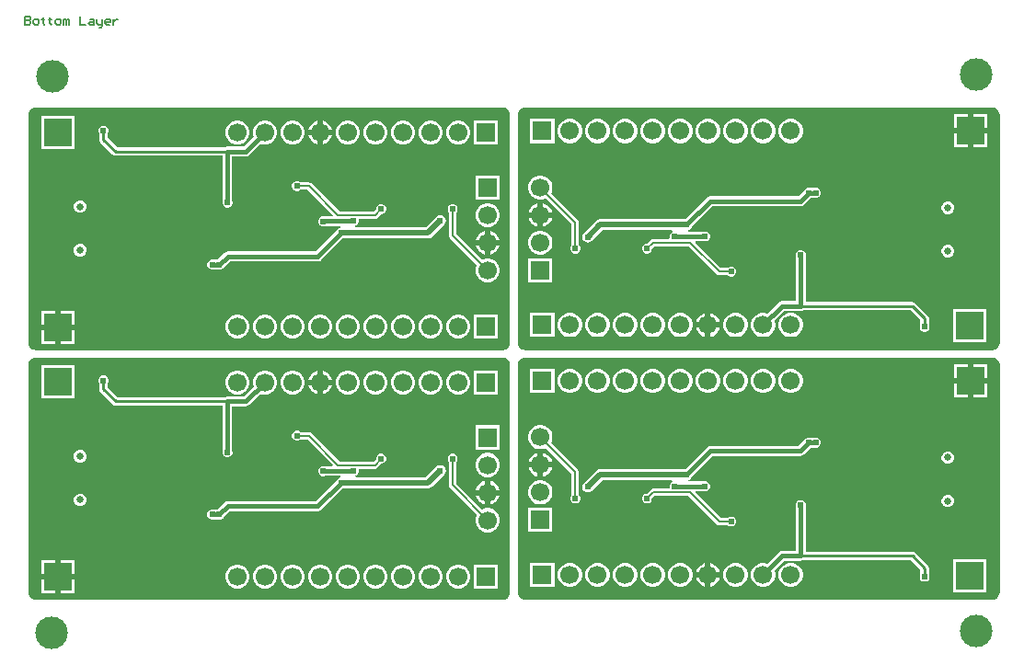
<source format=gbl>
G04*
G04 #@! TF.GenerationSoftware,Altium Limited,Altium Designer,21.2.2 (38)*
G04*
G04 Layer_Physical_Order=2*
G04 Layer_Color=16711680*
%FSLAX24Y24*%
%MOIN*%
G70*
G04*
G04 #@! TF.SameCoordinates,4FF2B1F3-0D2B-4292-BC26-430B10DD4990*
G04*
G04*
G04 #@! TF.FilePolarity,Positive*
G04*
G01*
G75*
%ADD11C,0.0100*%
%ADD12C,0.0050*%
%ADD13C,0.0060*%
%ADD23C,0.0200*%
%ADD24C,0.0150*%
%ADD35C,0.1181*%
%ADD36R,0.1000X0.1000*%
%ADD37R,0.0669X0.0669*%
%ADD38C,0.0669*%
%ADD39R,0.0669X0.0669*%
%ADD40C,0.0256*%
%ADD41C,0.0240*%
G36*
X58458Y42199D02*
X58525Y42190D01*
X58588Y42164D01*
X58642Y42122D01*
X58684Y42068D01*
X58710Y42005D01*
X58719Y41938D01*
X58719D01*
Y33670D01*
X58719D01*
X58710Y33602D01*
X58684Y33539D01*
X58642Y33485D01*
X58588Y33444D01*
X58525Y33418D01*
X58458Y33409D01*
Y33409D01*
X41529D01*
Y33409D01*
X41461Y33418D01*
X41398Y33444D01*
X41344Y33485D01*
X41303Y33539D01*
X41276Y33602D01*
X41268Y33670D01*
X41267D01*
Y41938D01*
X41268D01*
X41276Y42005D01*
X41303Y42068D01*
X41344Y42122D01*
X41398Y42164D01*
X41461Y42190D01*
X41529Y42199D01*
Y42199D01*
X58458D01*
Y42199D01*
D02*
G37*
G36*
X40723D02*
X40790Y42190D01*
X40853Y42164D01*
X40907Y42122D01*
X40949Y42068D01*
X40975Y42005D01*
X40984Y41938D01*
X40984D01*
Y33670D01*
X40984D01*
X40975Y33602D01*
X40949Y33539D01*
X40907Y33485D01*
X40853Y33444D01*
X40790Y33418D01*
X40723Y33409D01*
Y33409D01*
X23794D01*
Y33409D01*
X23726Y33418D01*
X23663Y33444D01*
X23609Y33485D01*
X23568Y33539D01*
X23542Y33602D01*
X23533Y33670D01*
X23533D01*
Y41938D01*
X23533D01*
X23542Y42005D01*
X23568Y42068D01*
X23609Y42122D01*
X23663Y42164D01*
X23726Y42190D01*
X23794Y42199D01*
Y42199D01*
X40723D01*
Y42199D01*
D02*
G37*
G36*
X58458Y33144D02*
X58525Y33135D01*
X58588Y33109D01*
X58642Y33067D01*
X58684Y33013D01*
X58710Y32950D01*
X58719Y32883D01*
X58719D01*
Y24615D01*
X58719D01*
X58710Y24547D01*
X58684Y24484D01*
X58642Y24430D01*
X58588Y24389D01*
X58525Y24363D01*
X58458Y24354D01*
Y24354D01*
X41529D01*
Y24354D01*
X41461Y24363D01*
X41398Y24389D01*
X41344Y24430D01*
X41303Y24484D01*
X41276Y24547D01*
X41268Y24615D01*
X41267D01*
Y32883D01*
X41268D01*
X41276Y32950D01*
X41303Y33013D01*
X41344Y33067D01*
X41398Y33109D01*
X41461Y33135D01*
X41529Y33144D01*
Y33144D01*
X58458D01*
Y33144D01*
D02*
G37*
G36*
X40723D02*
X40790Y33135D01*
X40853Y33109D01*
X40907Y33067D01*
X40949Y33013D01*
X40975Y32950D01*
X40984Y32883D01*
X40984D01*
Y24615D01*
X40984D01*
X40975Y24547D01*
X40949Y24484D01*
X40907Y24430D01*
X40853Y24389D01*
X40790Y24363D01*
X40723Y24354D01*
Y24354D01*
X23794D01*
Y24354D01*
X23726Y24363D01*
X23663Y24389D01*
X23609Y24430D01*
X23568Y24484D01*
X23542Y24547D01*
X23533Y24615D01*
X23533D01*
Y32883D01*
X23533D01*
X23542Y32950D01*
X23568Y33013D01*
X23609Y33067D01*
X23663Y33109D01*
X23726Y33135D01*
X23794Y33144D01*
Y33144D01*
X40723D01*
Y33144D01*
D02*
G37*
%LPC*%
G36*
X58261Y41961D02*
X57761D01*
Y41461D01*
X58261D01*
Y41961D01*
D02*
G37*
G36*
X57561D02*
X57061D01*
Y41461D01*
X57561D01*
Y41961D01*
D02*
G37*
G36*
X51209Y41782D02*
X51094D01*
X50984Y41752D01*
X50885Y41695D01*
X50804Y41614D01*
X50746Y41515D01*
X50717Y41404D01*
Y41290D01*
X50746Y41179D01*
X50804Y41080D01*
X50885Y40999D01*
X50984Y40942D01*
X51094Y40912D01*
X51209D01*
X51319Y40942D01*
X51418Y40999D01*
X51499Y41080D01*
X51556Y41179D01*
X51586Y41290D01*
Y41404D01*
X51556Y41515D01*
X51499Y41614D01*
X51418Y41695D01*
X51319Y41752D01*
X51209Y41782D01*
D02*
G37*
G36*
X50209D02*
X50094D01*
X49984Y41752D01*
X49885Y41695D01*
X49804Y41614D01*
X49746Y41515D01*
X49717Y41404D01*
Y41290D01*
X49746Y41179D01*
X49804Y41080D01*
X49885Y40999D01*
X49984Y40942D01*
X50094Y40912D01*
X50209D01*
X50319Y40942D01*
X50418Y40999D01*
X50499Y41080D01*
X50556Y41179D01*
X50586Y41290D01*
Y41404D01*
X50556Y41515D01*
X50499Y41614D01*
X50418Y41695D01*
X50319Y41752D01*
X50209Y41782D01*
D02*
G37*
G36*
X49209D02*
X49094D01*
X48984Y41752D01*
X48885Y41695D01*
X48804Y41614D01*
X48746Y41515D01*
X48717Y41404D01*
Y41290D01*
X48746Y41179D01*
X48804Y41080D01*
X48885Y40999D01*
X48984Y40942D01*
X49094Y40912D01*
X49209D01*
X49319Y40942D01*
X49418Y40999D01*
X49499Y41080D01*
X49556Y41179D01*
X49586Y41290D01*
Y41404D01*
X49556Y41515D01*
X49499Y41614D01*
X49418Y41695D01*
X49319Y41752D01*
X49209Y41782D01*
D02*
G37*
G36*
X48209D02*
X48094D01*
X47984Y41752D01*
X47885Y41695D01*
X47804Y41614D01*
X47746Y41515D01*
X47717Y41404D01*
Y41290D01*
X47746Y41179D01*
X47804Y41080D01*
X47885Y40999D01*
X47984Y40942D01*
X48094Y40912D01*
X48209D01*
X48319Y40942D01*
X48418Y40999D01*
X48499Y41080D01*
X48556Y41179D01*
X48586Y41290D01*
Y41404D01*
X48556Y41515D01*
X48499Y41614D01*
X48418Y41695D01*
X48319Y41752D01*
X48209Y41782D01*
D02*
G37*
G36*
X47209D02*
X47094D01*
X46984Y41752D01*
X46885Y41695D01*
X46804Y41614D01*
X46746Y41515D01*
X46717Y41404D01*
Y41290D01*
X46746Y41179D01*
X46804Y41080D01*
X46885Y40999D01*
X46984Y40942D01*
X47094Y40912D01*
X47209D01*
X47319Y40942D01*
X47418Y40999D01*
X47499Y41080D01*
X47556Y41179D01*
X47586Y41290D01*
Y41404D01*
X47556Y41515D01*
X47499Y41614D01*
X47418Y41695D01*
X47319Y41752D01*
X47209Y41782D01*
D02*
G37*
G36*
X46209D02*
X46094D01*
X45984Y41752D01*
X45885Y41695D01*
X45804Y41614D01*
X45746Y41515D01*
X45717Y41404D01*
Y41290D01*
X45746Y41179D01*
X45804Y41080D01*
X45885Y40999D01*
X45984Y40942D01*
X46094Y40912D01*
X46209D01*
X46319Y40942D01*
X46418Y40999D01*
X46499Y41080D01*
X46556Y41179D01*
X46586Y41290D01*
Y41404D01*
X46556Y41515D01*
X46499Y41614D01*
X46418Y41695D01*
X46319Y41752D01*
X46209Y41782D01*
D02*
G37*
G36*
X45209D02*
X45094D01*
X44984Y41752D01*
X44885Y41695D01*
X44804Y41614D01*
X44746Y41515D01*
X44717Y41404D01*
Y41290D01*
X44746Y41179D01*
X44804Y41080D01*
X44885Y40999D01*
X44984Y40942D01*
X45094Y40912D01*
X45209D01*
X45319Y40942D01*
X45418Y40999D01*
X45499Y41080D01*
X45556Y41179D01*
X45586Y41290D01*
Y41404D01*
X45556Y41515D01*
X45499Y41614D01*
X45418Y41695D01*
X45319Y41752D01*
X45209Y41782D01*
D02*
G37*
G36*
X44209D02*
X44094D01*
X43984Y41752D01*
X43885Y41695D01*
X43804Y41614D01*
X43746Y41515D01*
X43717Y41404D01*
Y41290D01*
X43746Y41179D01*
X43804Y41080D01*
X43885Y40999D01*
X43984Y40942D01*
X44094Y40912D01*
X44209D01*
X44319Y40942D01*
X44418Y40999D01*
X44499Y41080D01*
X44556Y41179D01*
X44586Y41290D01*
Y41404D01*
X44556Y41515D01*
X44499Y41614D01*
X44418Y41695D01*
X44319Y41752D01*
X44209Y41782D01*
D02*
G37*
G36*
X43209D02*
X43094D01*
X42984Y41752D01*
X42885Y41695D01*
X42804Y41614D01*
X42746Y41515D01*
X42717Y41404D01*
Y41290D01*
X42746Y41179D01*
X42804Y41080D01*
X42885Y40999D01*
X42984Y40942D01*
X43094Y40912D01*
X43209D01*
X43319Y40942D01*
X43418Y40999D01*
X43499Y41080D01*
X43556Y41179D01*
X43586Y41290D01*
Y41404D01*
X43556Y41515D01*
X43499Y41614D01*
X43418Y41695D01*
X43319Y41752D01*
X43209Y41782D01*
D02*
G37*
G36*
X42586D02*
X41717D01*
Y40912D01*
X42586D01*
Y41782D01*
D02*
G37*
G36*
X58261Y41261D02*
X57761D01*
Y40761D01*
X58261D01*
Y41261D01*
D02*
G37*
G36*
X57561D02*
X57061D01*
Y40761D01*
X57561D01*
Y41261D01*
D02*
G37*
G36*
X52097Y39285D02*
X52025D01*
X52022Y39284D01*
X51841D01*
X51837Y39285D01*
X51765D01*
X51699Y39258D01*
X51649Y39207D01*
X51647Y39203D01*
X51426Y38982D01*
X48234D01*
X48165Y38968D01*
X48107Y38930D01*
X47333Y38155D01*
X44241D01*
X44163Y38140D01*
X44097Y38096D01*
X43657Y37656D01*
X43613Y37589D01*
X43597Y37511D01*
X43613Y37433D01*
X43657Y37367D01*
X43723Y37323D01*
X43801Y37307D01*
X43879Y37323D01*
X43946Y37367D01*
X44326Y37747D01*
X46840D01*
X46882Y37697D01*
X46881Y37692D01*
X46877Y37689D01*
X46843Y37675D01*
X46792Y37624D01*
X46765Y37558D01*
Y37486D01*
X46766Y37482D01*
X46739Y37440D01*
X46162D01*
X46112Y37430D01*
X46069Y37401D01*
X45930Y37263D01*
X45902D01*
X45836Y37236D01*
X45785Y37185D01*
X45758Y37119D01*
Y37047D01*
X45785Y36981D01*
X45836Y36930D01*
X45902Y36903D01*
X45973D01*
X46040Y36930D01*
X46090Y36981D01*
X46118Y37047D01*
Y37076D01*
X46217Y37175D01*
X47445D01*
X48463Y36158D01*
X48506Y36129D01*
X48556Y36119D01*
X48869D01*
X48889Y36099D01*
X48956Y36071D01*
X49027D01*
X49093Y36099D01*
X49144Y36149D01*
X49171Y36216D01*
Y36287D01*
X49144Y36353D01*
X49093Y36404D01*
X49027Y36431D01*
X48956D01*
X48889Y36404D01*
X48869Y36384D01*
X48611D01*
X47693Y37302D01*
X47712Y37348D01*
X48037D01*
X48037Y37348D01*
X48052Y37351D01*
X48077D01*
X48100Y37361D01*
X48105Y37362D01*
X48109Y37365D01*
X48143Y37379D01*
X48194Y37429D01*
X48221Y37496D01*
Y37567D01*
X48194Y37633D01*
X48143Y37684D01*
X48077Y37711D01*
X48006D01*
X47991Y37705D01*
X47425D01*
X47420Y37755D01*
X47459Y37763D01*
X47526Y37807D01*
X47570Y37873D01*
X47573Y37891D01*
X48307Y38625D01*
X51500D01*
X51500Y38625D01*
X51568Y38639D01*
X51626Y38677D01*
X51875Y38927D01*
X52022D01*
X52025Y38925D01*
X52097D01*
X52163Y38953D01*
X52214Y39003D01*
X52241Y39069D01*
Y39141D01*
X52214Y39207D01*
X52163Y39258D01*
X52097Y39285D01*
D02*
G37*
G36*
X42181Y38730D02*
Y38406D01*
X42505D01*
X42486Y38474D01*
X42429Y38573D01*
X42348Y38654D01*
X42249Y38711D01*
X42181Y38730D01*
D02*
G37*
G36*
X41981D02*
X41914Y38711D01*
X41815Y38654D01*
X41734Y38573D01*
X41676Y38474D01*
X41658Y38406D01*
X41981D01*
Y38730D01*
D02*
G37*
G36*
X56890Y38799D02*
X56800D01*
X56716Y38764D01*
X56652Y38700D01*
X56617Y38617D01*
Y38526D01*
X56652Y38442D01*
X56716Y38378D01*
X56800Y38343D01*
X56890D01*
X56974Y38378D01*
X57038Y38442D01*
X57073Y38526D01*
Y38617D01*
X57038Y38700D01*
X56974Y38764D01*
X56890Y38799D01*
D02*
G37*
G36*
X42505Y38206D02*
X42181D01*
Y37883D01*
X42249Y37901D01*
X42348Y37959D01*
X42429Y38040D01*
X42486Y38139D01*
X42505Y38206D01*
D02*
G37*
G36*
X41981D02*
X41658D01*
X41676Y38139D01*
X41734Y38040D01*
X41815Y37959D01*
X41914Y37901D01*
X41981Y37883D01*
Y38206D01*
D02*
G37*
G36*
X42139Y39741D02*
X42024D01*
X41914Y39711D01*
X41815Y39654D01*
X41734Y39573D01*
X41676Y39474D01*
X41647Y39364D01*
Y39249D01*
X41676Y39139D01*
X41734Y39039D01*
X41815Y38959D01*
X41914Y38901D01*
X42024Y38872D01*
X42139D01*
X42249Y38901D01*
X42281Y38920D01*
X43217Y37983D01*
Y37205D01*
X43197Y37185D01*
X43170Y37119D01*
Y37047D01*
X43197Y36981D01*
X43248Y36930D01*
X43314Y36903D01*
X43386D01*
X43452Y36930D01*
X43502Y36981D01*
X43530Y37047D01*
Y37119D01*
X43502Y37185D01*
X43482Y37205D01*
Y38038D01*
X43472Y38089D01*
X43443Y38132D01*
X42468Y39107D01*
X42486Y39139D01*
X42516Y39249D01*
Y39364D01*
X42486Y39474D01*
X42429Y39573D01*
X42348Y39654D01*
X42249Y39711D01*
X42139Y39741D01*
D02*
G37*
G36*
Y37741D02*
X42024D01*
X41914Y37711D01*
X41815Y37654D01*
X41734Y37573D01*
X41676Y37474D01*
X41647Y37364D01*
Y37249D01*
X41676Y37139D01*
X41734Y37039D01*
X41815Y36959D01*
X41914Y36901D01*
X42024Y36872D01*
X42139D01*
X42249Y36901D01*
X42348Y36959D01*
X42429Y37039D01*
X42486Y37139D01*
X42516Y37249D01*
Y37364D01*
X42486Y37474D01*
X42429Y37573D01*
X42348Y37654D01*
X42249Y37711D01*
X42139Y37741D01*
D02*
G37*
G36*
X56890Y37224D02*
X56800D01*
X56716Y37190D01*
X56652Y37126D01*
X56617Y37042D01*
Y36951D01*
X56652Y36867D01*
X56716Y36803D01*
X56800Y36768D01*
X56890D01*
X56974Y36803D01*
X57038Y36867D01*
X57073Y36951D01*
Y37042D01*
X57038Y37126D01*
X56974Y37190D01*
X56890Y37224D01*
D02*
G37*
G36*
X42516Y36741D02*
X41647D01*
Y35872D01*
X42516D01*
Y36741D01*
D02*
G37*
G36*
X48251Y34739D02*
Y34416D01*
X48575D01*
X48556Y34483D01*
X48499Y34583D01*
X48418Y34663D01*
X48319Y34721D01*
X48251Y34739D01*
D02*
G37*
G36*
X48051D02*
X47984Y34721D01*
X47885Y34663D01*
X47804Y34583D01*
X47746Y34483D01*
X47728Y34416D01*
X48051D01*
Y34739D01*
D02*
G37*
G36*
X51547Y37031D02*
X51476D01*
X51409Y37004D01*
X51359Y36953D01*
X51331Y36887D01*
Y36816D01*
X51333Y36812D01*
Y35184D01*
X50842D01*
X50773Y35171D01*
X50716Y35132D01*
X50307Y34724D01*
X50209Y34750D01*
X50094D01*
X49984Y34721D01*
X49885Y34663D01*
X49804Y34583D01*
X49746Y34483D01*
X49717Y34373D01*
Y34258D01*
X49746Y34148D01*
X49804Y34049D01*
X49885Y33968D01*
X49984Y33911D01*
X50094Y33881D01*
X50209D01*
X50319Y33911D01*
X50418Y33968D01*
X50499Y34049D01*
X50556Y34148D01*
X50586Y34258D01*
Y34373D01*
X50560Y34471D01*
X50916Y34827D01*
X51511D01*
X51580Y34841D01*
X51594Y34851D01*
X55496D01*
X55848Y34498D01*
Y34353D01*
X55821Y34287D01*
Y34216D01*
X55849Y34149D01*
X55899Y34099D01*
X55966Y34071D01*
X56037D01*
X56103Y34099D01*
X56154Y34149D01*
X56181Y34216D01*
Y34287D01*
X56154Y34353D01*
Y34562D01*
X56154Y34562D01*
X56143Y34620D01*
X56110Y34670D01*
X55668Y35112D01*
X55618Y35145D01*
X55559Y35157D01*
X51690D01*
Y36812D01*
X51691Y36816D01*
Y36887D01*
X51664Y36953D01*
X51613Y37004D01*
X51547Y37031D01*
D02*
G37*
G36*
X48575Y34216D02*
X48251D01*
Y33892D01*
X48319Y33911D01*
X48418Y33968D01*
X48499Y34049D01*
X48556Y34148D01*
X48575Y34216D01*
D02*
G37*
G36*
X48051D02*
X47728D01*
X47746Y34148D01*
X47804Y34049D01*
X47885Y33968D01*
X47984Y33911D01*
X48051Y33892D01*
Y34216D01*
D02*
G37*
G36*
X51209Y34750D02*
X51094D01*
X50984Y34721D01*
X50885Y34663D01*
X50804Y34583D01*
X50746Y34483D01*
X50717Y34373D01*
Y34258D01*
X50746Y34148D01*
X50804Y34049D01*
X50885Y33968D01*
X50984Y33911D01*
X51094Y33881D01*
X51209D01*
X51319Y33911D01*
X51418Y33968D01*
X51499Y34049D01*
X51556Y34148D01*
X51586Y34258D01*
Y34373D01*
X51556Y34483D01*
X51499Y34583D01*
X51418Y34663D01*
X51319Y34721D01*
X51209Y34750D01*
D02*
G37*
G36*
X49209D02*
X49094D01*
X48984Y34721D01*
X48885Y34663D01*
X48804Y34583D01*
X48746Y34483D01*
X48717Y34373D01*
Y34258D01*
X48746Y34148D01*
X48804Y34049D01*
X48885Y33968D01*
X48984Y33911D01*
X49094Y33881D01*
X49209D01*
X49319Y33911D01*
X49418Y33968D01*
X49499Y34049D01*
X49556Y34148D01*
X49586Y34258D01*
Y34373D01*
X49556Y34483D01*
X49499Y34583D01*
X49418Y34663D01*
X49319Y34721D01*
X49209Y34750D01*
D02*
G37*
G36*
X47209D02*
X47094D01*
X46984Y34721D01*
X46885Y34663D01*
X46804Y34583D01*
X46746Y34483D01*
X46717Y34373D01*
Y34258D01*
X46746Y34148D01*
X46804Y34049D01*
X46885Y33968D01*
X46984Y33911D01*
X47094Y33881D01*
X47209D01*
X47319Y33911D01*
X47418Y33968D01*
X47499Y34049D01*
X47556Y34148D01*
X47586Y34258D01*
Y34373D01*
X47556Y34483D01*
X47499Y34583D01*
X47418Y34663D01*
X47319Y34721D01*
X47209Y34750D01*
D02*
G37*
G36*
X46209D02*
X46094D01*
X45984Y34721D01*
X45885Y34663D01*
X45804Y34583D01*
X45746Y34483D01*
X45717Y34373D01*
Y34258D01*
X45746Y34148D01*
X45804Y34049D01*
X45885Y33968D01*
X45984Y33911D01*
X46094Y33881D01*
X46209D01*
X46319Y33911D01*
X46418Y33968D01*
X46499Y34049D01*
X46556Y34148D01*
X46586Y34258D01*
Y34373D01*
X46556Y34483D01*
X46499Y34583D01*
X46418Y34663D01*
X46319Y34721D01*
X46209Y34750D01*
D02*
G37*
G36*
X45209D02*
X45094D01*
X44984Y34721D01*
X44885Y34663D01*
X44804Y34583D01*
X44746Y34483D01*
X44717Y34373D01*
Y34258D01*
X44746Y34148D01*
X44804Y34049D01*
X44885Y33968D01*
X44984Y33911D01*
X45094Y33881D01*
X45209D01*
X45319Y33911D01*
X45418Y33968D01*
X45499Y34049D01*
X45556Y34148D01*
X45586Y34258D01*
Y34373D01*
X45556Y34483D01*
X45499Y34583D01*
X45418Y34663D01*
X45319Y34721D01*
X45209Y34750D01*
D02*
G37*
G36*
X44209D02*
X44094D01*
X43984Y34721D01*
X43885Y34663D01*
X43804Y34583D01*
X43746Y34483D01*
X43717Y34373D01*
Y34258D01*
X43746Y34148D01*
X43804Y34049D01*
X43885Y33968D01*
X43984Y33911D01*
X44094Y33881D01*
X44209D01*
X44319Y33911D01*
X44418Y33968D01*
X44499Y34049D01*
X44556Y34148D01*
X44586Y34258D01*
Y34373D01*
X44556Y34483D01*
X44499Y34583D01*
X44418Y34663D01*
X44319Y34721D01*
X44209Y34750D01*
D02*
G37*
G36*
X43209D02*
X43094D01*
X42984Y34721D01*
X42885Y34663D01*
X42804Y34583D01*
X42746Y34483D01*
X42717Y34373D01*
Y34258D01*
X42746Y34148D01*
X42804Y34049D01*
X42885Y33968D01*
X42984Y33911D01*
X43094Y33881D01*
X43209D01*
X43319Y33911D01*
X43418Y33968D01*
X43499Y34049D01*
X43556Y34148D01*
X43586Y34258D01*
Y34373D01*
X43556Y34483D01*
X43499Y34583D01*
X43418Y34663D01*
X43319Y34721D01*
X43209Y34750D01*
D02*
G37*
G36*
X42586D02*
X41717D01*
Y33881D01*
X42586D01*
Y34750D01*
D02*
G37*
G36*
X58241Y34901D02*
X57041D01*
Y33701D01*
X58241D01*
Y34901D01*
D02*
G37*
G36*
X34200Y41715D02*
Y41392D01*
X34523D01*
X34505Y41460D01*
X34448Y41559D01*
X34367Y41640D01*
X34268Y41697D01*
X34200Y41715D01*
D02*
G37*
G36*
X34000D02*
X33932Y41697D01*
X33833Y41640D01*
X33752Y41559D01*
X33695Y41460D01*
X33677Y41392D01*
X34000D01*
Y41715D01*
D02*
G37*
G36*
X34523Y41192D02*
X34200D01*
Y40869D01*
X34268Y40887D01*
X34367Y40944D01*
X34448Y41025D01*
X34505Y41124D01*
X34523Y41192D01*
D02*
G37*
G36*
X34000D02*
X33677D01*
X33695Y41124D01*
X33752Y41025D01*
X33833Y40944D01*
X33932Y40887D01*
X34000Y40869D01*
Y41192D01*
D02*
G37*
G36*
X40535Y41727D02*
X39665D01*
Y40857D01*
X40535D01*
Y41727D01*
D02*
G37*
G36*
X39157D02*
X39043D01*
X38932Y41697D01*
X38833Y41640D01*
X38752Y41559D01*
X38695Y41460D01*
X38665Y41349D01*
Y41235D01*
X38695Y41124D01*
X38752Y41025D01*
X38833Y40944D01*
X38932Y40887D01*
X39043Y40857D01*
X39157D01*
X39268Y40887D01*
X39367Y40944D01*
X39448Y41025D01*
X39505Y41124D01*
X39535Y41235D01*
Y41349D01*
X39505Y41460D01*
X39448Y41559D01*
X39367Y41640D01*
X39268Y41697D01*
X39157Y41727D01*
D02*
G37*
G36*
X38157D02*
X38043D01*
X37932Y41697D01*
X37833Y41640D01*
X37752Y41559D01*
X37695Y41460D01*
X37665Y41349D01*
Y41235D01*
X37695Y41124D01*
X37752Y41025D01*
X37833Y40944D01*
X37932Y40887D01*
X38043Y40857D01*
X38157D01*
X38268Y40887D01*
X38367Y40944D01*
X38448Y41025D01*
X38505Y41124D01*
X38535Y41235D01*
Y41349D01*
X38505Y41460D01*
X38448Y41559D01*
X38367Y41640D01*
X38268Y41697D01*
X38157Y41727D01*
D02*
G37*
G36*
X37157D02*
X37043D01*
X36932Y41697D01*
X36833Y41640D01*
X36752Y41559D01*
X36695Y41460D01*
X36665Y41349D01*
Y41235D01*
X36695Y41124D01*
X36752Y41025D01*
X36833Y40944D01*
X36932Y40887D01*
X37043Y40857D01*
X37157D01*
X37268Y40887D01*
X37367Y40944D01*
X37448Y41025D01*
X37505Y41124D01*
X37535Y41235D01*
Y41349D01*
X37505Y41460D01*
X37448Y41559D01*
X37367Y41640D01*
X37268Y41697D01*
X37157Y41727D01*
D02*
G37*
G36*
X36157D02*
X36043D01*
X35932Y41697D01*
X35833Y41640D01*
X35752Y41559D01*
X35695Y41460D01*
X35665Y41349D01*
Y41235D01*
X35695Y41124D01*
X35752Y41025D01*
X35833Y40944D01*
X35932Y40887D01*
X36043Y40857D01*
X36157D01*
X36268Y40887D01*
X36367Y40944D01*
X36448Y41025D01*
X36505Y41124D01*
X36535Y41235D01*
Y41349D01*
X36505Y41460D01*
X36448Y41559D01*
X36367Y41640D01*
X36268Y41697D01*
X36157Y41727D01*
D02*
G37*
G36*
X35157D02*
X35043D01*
X34932Y41697D01*
X34833Y41640D01*
X34752Y41559D01*
X34695Y41460D01*
X34665Y41349D01*
Y41235D01*
X34695Y41124D01*
X34752Y41025D01*
X34833Y40944D01*
X34932Y40887D01*
X35043Y40857D01*
X35157D01*
X35268Y40887D01*
X35367Y40944D01*
X35448Y41025D01*
X35505Y41124D01*
X35535Y41235D01*
Y41349D01*
X35505Y41460D01*
X35448Y41559D01*
X35367Y41640D01*
X35268Y41697D01*
X35157Y41727D01*
D02*
G37*
G36*
X33157D02*
X33043D01*
X32932Y41697D01*
X32833Y41640D01*
X32752Y41559D01*
X32695Y41460D01*
X32665Y41349D01*
Y41235D01*
X32695Y41124D01*
X32752Y41025D01*
X32833Y40944D01*
X32932Y40887D01*
X33043Y40857D01*
X33157D01*
X33268Y40887D01*
X33367Y40944D01*
X33448Y41025D01*
X33505Y41124D01*
X33535Y41235D01*
Y41349D01*
X33505Y41460D01*
X33448Y41559D01*
X33367Y41640D01*
X33268Y41697D01*
X33157Y41727D01*
D02*
G37*
G36*
X31157D02*
X31043D01*
X30932Y41697D01*
X30833Y41640D01*
X30752Y41559D01*
X30695Y41460D01*
X30665Y41349D01*
Y41235D01*
X30695Y41124D01*
X30752Y41025D01*
X30833Y40944D01*
X30932Y40887D01*
X31043Y40857D01*
X31157D01*
X31268Y40887D01*
X31367Y40944D01*
X31448Y41025D01*
X31505Y41124D01*
X31535Y41235D01*
Y41349D01*
X31505Y41460D01*
X31448Y41559D01*
X31367Y41640D01*
X31268Y41697D01*
X31157Y41727D01*
D02*
G37*
G36*
X32157D02*
X32043D01*
X31932Y41697D01*
X31833Y41640D01*
X31752Y41559D01*
X31695Y41460D01*
X31665Y41349D01*
Y41235D01*
X31692Y41136D01*
X31336Y40780D01*
X30740D01*
X30672Y40767D01*
X30657Y40757D01*
X26755D01*
X26403Y41109D01*
Y41255D01*
X26430Y41320D01*
Y41392D01*
X26403Y41458D01*
X26352Y41509D01*
X26286Y41536D01*
X26214D01*
X26148Y41509D01*
X26097Y41458D01*
X26070Y41392D01*
Y41320D01*
X26097Y41255D01*
Y41046D01*
X26097Y41046D01*
X26109Y40987D01*
X26142Y40938D01*
X26584Y40496D01*
X26633Y40463D01*
X26692Y40451D01*
X30562D01*
Y38796D01*
X30560Y38792D01*
Y38720D01*
X30587Y38654D01*
X30638Y38604D01*
X30704Y38576D01*
X30776D01*
X30842Y38604D01*
X30893Y38654D01*
X30920Y38720D01*
Y38792D01*
X30918Y38796D01*
Y40423D01*
X31410D01*
X31478Y40437D01*
X31536Y40476D01*
X31944Y40884D01*
X32043Y40857D01*
X32157D01*
X32268Y40887D01*
X32367Y40944D01*
X32448Y41025D01*
X32505Y41124D01*
X32535Y41235D01*
Y41349D01*
X32505Y41460D01*
X32448Y41559D01*
X32367Y41640D01*
X32268Y41697D01*
X32157Y41727D01*
D02*
G37*
G36*
X25210Y41906D02*
X24010D01*
Y40706D01*
X25210D01*
Y41906D01*
D02*
G37*
G36*
X40605Y39736D02*
X39735D01*
Y38867D01*
X40605D01*
Y39736D01*
D02*
G37*
G36*
X25452Y38839D02*
X25361D01*
X25277Y38804D01*
X25213Y38740D01*
X25178Y38657D01*
Y38566D01*
X25213Y38482D01*
X25277Y38418D01*
X25361Y38383D01*
X25452D01*
X25536Y38418D01*
X25600Y38482D01*
X25634Y38566D01*
Y38657D01*
X25600Y38740D01*
X25536Y38804D01*
X25452Y38839D01*
D02*
G37*
G36*
X33296Y39536D02*
X33224D01*
X33158Y39509D01*
X33107Y39458D01*
X33080Y39392D01*
Y39320D01*
X33107Y39254D01*
X33158Y39204D01*
X33224Y39176D01*
X33296D01*
X33362Y39204D01*
X33382Y39224D01*
X33640D01*
X34558Y38305D01*
X34539Y38259D01*
X34215D01*
X34215Y38259D01*
X34199Y38256D01*
X34174D01*
X34151Y38247D01*
X34146Y38246D01*
X34142Y38243D01*
X34108Y38229D01*
X34057Y38178D01*
X34030Y38112D01*
Y38040D01*
X34057Y37974D01*
X34108Y37924D01*
X34174Y37896D01*
X34246D01*
X34261Y37902D01*
X34826D01*
X34831Y37852D01*
X34792Y37845D01*
X34726Y37800D01*
X34682Y37734D01*
X34678Y37717D01*
X33944Y36983D01*
X30752D01*
X30752Y36983D01*
X30684Y36969D01*
X30626Y36930D01*
X30376Y36681D01*
X30230D01*
X30226Y36682D01*
X30154D01*
X30088Y36655D01*
X30038Y36604D01*
X30010Y36538D01*
Y36467D01*
X30038Y36400D01*
X30088Y36350D01*
X30154Y36322D01*
X30226D01*
X30230Y36324D01*
X30411D01*
X30414Y36322D01*
X30486D01*
X30552Y36350D01*
X30603Y36400D01*
X30604Y36404D01*
X30826Y36626D01*
X34018D01*
X34086Y36639D01*
X34144Y36678D01*
X34918Y37452D01*
X38010D01*
X38088Y37468D01*
X38154Y37512D01*
X38594Y37952D01*
X38638Y38018D01*
X38654Y38096D01*
X38638Y38174D01*
X38594Y38240D01*
X38528Y38285D01*
X38450Y38300D01*
X38372Y38285D01*
X38306Y38240D01*
X37926Y37860D01*
X35412D01*
X35370Y37910D01*
X35371Y37916D01*
X35374Y37919D01*
X35409Y37933D01*
X35459Y37984D01*
X35487Y38050D01*
Y38121D01*
X35485Y38126D01*
X35513Y38167D01*
X36089D01*
X36140Y38177D01*
X36183Y38206D01*
X36321Y38345D01*
X36350D01*
X36416Y38372D01*
X36466Y38423D01*
X36494Y38489D01*
Y38560D01*
X36466Y38627D01*
X36416Y38677D01*
X36350Y38705D01*
X36278D01*
X36212Y38677D01*
X36161Y38627D01*
X36134Y38560D01*
Y38532D01*
X36034Y38432D01*
X34806D01*
X33789Y39450D01*
X33746Y39479D01*
X33695Y39489D01*
X33382D01*
X33362Y39509D01*
X33296Y39536D01*
D02*
G37*
G36*
X40227Y38736D02*
X40113D01*
X40002Y38706D01*
X39903Y38649D01*
X39822Y38568D01*
X39765Y38469D01*
X39735Y38358D01*
Y38244D01*
X39765Y38133D01*
X39822Y38034D01*
X39903Y37953D01*
X40002Y37896D01*
X40113Y37867D01*
X40227D01*
X40338Y37896D01*
X40437Y37953D01*
X40518Y38034D01*
X40575Y38133D01*
X40605Y38244D01*
Y38358D01*
X40575Y38469D01*
X40518Y38568D01*
X40437Y38649D01*
X40338Y38706D01*
X40227Y38736D01*
D02*
G37*
G36*
X40270Y37724D02*
Y37401D01*
X40593D01*
X40575Y37469D01*
X40518Y37568D01*
X40437Y37649D01*
X40338Y37706D01*
X40270Y37724D01*
D02*
G37*
G36*
X40070D02*
X40002Y37706D01*
X39903Y37649D01*
X39822Y37568D01*
X39765Y37469D01*
X39747Y37401D01*
X40070D01*
Y37724D01*
D02*
G37*
G36*
X40593Y37201D02*
X40270D01*
Y36878D01*
X40338Y36896D01*
X40437Y36953D01*
X40518Y37034D01*
X40575Y37133D01*
X40593Y37201D01*
D02*
G37*
G36*
X40070D02*
X39747D01*
X39765Y37133D01*
X39822Y37034D01*
X39903Y36953D01*
X40002Y36896D01*
X40070Y36878D01*
Y37201D01*
D02*
G37*
G36*
X25452Y37264D02*
X25361D01*
X25277Y37230D01*
X25213Y37166D01*
X25178Y37082D01*
Y36991D01*
X25213Y36907D01*
X25277Y36843D01*
X25361Y36808D01*
X25452D01*
X25536Y36843D01*
X25600Y36907D01*
X25634Y36991D01*
Y37082D01*
X25600Y37166D01*
X25536Y37230D01*
X25452Y37264D01*
D02*
G37*
G36*
X38937Y38705D02*
X38866D01*
X38800Y38677D01*
X38749Y38627D01*
X38722Y38560D01*
Y38489D01*
X38749Y38423D01*
X38769Y38403D01*
Y37570D01*
X38779Y37519D01*
X38808Y37476D01*
X39783Y36501D01*
X39765Y36469D01*
X39735Y36358D01*
Y36244D01*
X39765Y36133D01*
X39822Y36034D01*
X39903Y35953D01*
X40002Y35896D01*
X40113Y35867D01*
X40227D01*
X40338Y35896D01*
X40437Y35953D01*
X40518Y36034D01*
X40575Y36133D01*
X40605Y36244D01*
Y36358D01*
X40575Y36469D01*
X40518Y36568D01*
X40437Y36649D01*
X40338Y36706D01*
X40227Y36736D01*
X40113D01*
X40002Y36706D01*
X39971Y36688D01*
X39034Y37624D01*
Y38403D01*
X39054Y38423D01*
X39082Y38489D01*
Y38560D01*
X39054Y38627D01*
X39004Y38677D01*
X38937Y38705D01*
D02*
G37*
G36*
X25190Y34846D02*
X24690D01*
Y34346D01*
X25190D01*
Y34846D01*
D02*
G37*
G36*
X24490D02*
X23990D01*
Y34346D01*
X24490D01*
Y34846D01*
D02*
G37*
G36*
X40535Y34695D02*
X39665D01*
Y33826D01*
X40535D01*
Y34695D01*
D02*
G37*
G36*
X39157D02*
X39043D01*
X38932Y34666D01*
X38833Y34608D01*
X38752Y34527D01*
X38695Y34428D01*
X38665Y34318D01*
Y34203D01*
X38695Y34093D01*
X38752Y33994D01*
X38833Y33913D01*
X38932Y33855D01*
X39043Y33826D01*
X39157D01*
X39268Y33855D01*
X39367Y33913D01*
X39448Y33994D01*
X39505Y34093D01*
X39535Y34203D01*
Y34318D01*
X39505Y34428D01*
X39448Y34527D01*
X39367Y34608D01*
X39268Y34666D01*
X39157Y34695D01*
D02*
G37*
G36*
X38157D02*
X38043D01*
X37932Y34666D01*
X37833Y34608D01*
X37752Y34527D01*
X37695Y34428D01*
X37665Y34318D01*
Y34203D01*
X37695Y34093D01*
X37752Y33994D01*
X37833Y33913D01*
X37932Y33855D01*
X38043Y33826D01*
X38157D01*
X38268Y33855D01*
X38367Y33913D01*
X38448Y33994D01*
X38505Y34093D01*
X38535Y34203D01*
Y34318D01*
X38505Y34428D01*
X38448Y34527D01*
X38367Y34608D01*
X38268Y34666D01*
X38157Y34695D01*
D02*
G37*
G36*
X37157D02*
X37043D01*
X36932Y34666D01*
X36833Y34608D01*
X36752Y34527D01*
X36695Y34428D01*
X36665Y34318D01*
Y34203D01*
X36695Y34093D01*
X36752Y33994D01*
X36833Y33913D01*
X36932Y33855D01*
X37043Y33826D01*
X37157D01*
X37268Y33855D01*
X37367Y33913D01*
X37448Y33994D01*
X37505Y34093D01*
X37535Y34203D01*
Y34318D01*
X37505Y34428D01*
X37448Y34527D01*
X37367Y34608D01*
X37268Y34666D01*
X37157Y34695D01*
D02*
G37*
G36*
X36157D02*
X36043D01*
X35932Y34666D01*
X35833Y34608D01*
X35752Y34527D01*
X35695Y34428D01*
X35665Y34318D01*
Y34203D01*
X35695Y34093D01*
X35752Y33994D01*
X35833Y33913D01*
X35932Y33855D01*
X36043Y33826D01*
X36157D01*
X36268Y33855D01*
X36367Y33913D01*
X36448Y33994D01*
X36505Y34093D01*
X36535Y34203D01*
Y34318D01*
X36505Y34428D01*
X36448Y34527D01*
X36367Y34608D01*
X36268Y34666D01*
X36157Y34695D01*
D02*
G37*
G36*
X35157D02*
X35043D01*
X34932Y34666D01*
X34833Y34608D01*
X34752Y34527D01*
X34695Y34428D01*
X34665Y34318D01*
Y34203D01*
X34695Y34093D01*
X34752Y33994D01*
X34833Y33913D01*
X34932Y33855D01*
X35043Y33826D01*
X35157D01*
X35268Y33855D01*
X35367Y33913D01*
X35448Y33994D01*
X35505Y34093D01*
X35535Y34203D01*
Y34318D01*
X35505Y34428D01*
X35448Y34527D01*
X35367Y34608D01*
X35268Y34666D01*
X35157Y34695D01*
D02*
G37*
G36*
X34157D02*
X34043D01*
X33932Y34666D01*
X33833Y34608D01*
X33752Y34527D01*
X33695Y34428D01*
X33665Y34318D01*
Y34203D01*
X33695Y34093D01*
X33752Y33994D01*
X33833Y33913D01*
X33932Y33855D01*
X34043Y33826D01*
X34157D01*
X34268Y33855D01*
X34367Y33913D01*
X34448Y33994D01*
X34505Y34093D01*
X34535Y34203D01*
Y34318D01*
X34505Y34428D01*
X34448Y34527D01*
X34367Y34608D01*
X34268Y34666D01*
X34157Y34695D01*
D02*
G37*
G36*
X33157D02*
X33043D01*
X32932Y34666D01*
X32833Y34608D01*
X32752Y34527D01*
X32695Y34428D01*
X32665Y34318D01*
Y34203D01*
X32695Y34093D01*
X32752Y33994D01*
X32833Y33913D01*
X32932Y33855D01*
X33043Y33826D01*
X33157D01*
X33268Y33855D01*
X33367Y33913D01*
X33448Y33994D01*
X33505Y34093D01*
X33535Y34203D01*
Y34318D01*
X33505Y34428D01*
X33448Y34527D01*
X33367Y34608D01*
X33268Y34666D01*
X33157Y34695D01*
D02*
G37*
G36*
X32157D02*
X32043D01*
X31932Y34666D01*
X31833Y34608D01*
X31752Y34527D01*
X31695Y34428D01*
X31665Y34318D01*
Y34203D01*
X31695Y34093D01*
X31752Y33994D01*
X31833Y33913D01*
X31932Y33855D01*
X32043Y33826D01*
X32157D01*
X32268Y33855D01*
X32367Y33913D01*
X32448Y33994D01*
X32505Y34093D01*
X32535Y34203D01*
Y34318D01*
X32505Y34428D01*
X32448Y34527D01*
X32367Y34608D01*
X32268Y34666D01*
X32157Y34695D01*
D02*
G37*
G36*
X31157D02*
X31043D01*
X30932Y34666D01*
X30833Y34608D01*
X30752Y34527D01*
X30695Y34428D01*
X30665Y34318D01*
Y34203D01*
X30695Y34093D01*
X30752Y33994D01*
X30833Y33913D01*
X30932Y33855D01*
X31043Y33826D01*
X31157D01*
X31268Y33855D01*
X31367Y33913D01*
X31448Y33994D01*
X31505Y34093D01*
X31535Y34203D01*
Y34318D01*
X31505Y34428D01*
X31448Y34527D01*
X31367Y34608D01*
X31268Y34666D01*
X31157Y34695D01*
D02*
G37*
G36*
X25190Y34146D02*
X24690D01*
Y33646D01*
X25190D01*
Y34146D01*
D02*
G37*
G36*
X24490D02*
X23990D01*
Y33646D01*
X24490D01*
Y34146D01*
D02*
G37*
G36*
X58261Y32906D02*
X57761D01*
Y32406D01*
X58261D01*
Y32906D01*
D02*
G37*
G36*
X57561D02*
X57061D01*
Y32406D01*
X57561D01*
Y32906D01*
D02*
G37*
G36*
X51209Y32727D02*
X51094D01*
X50984Y32697D01*
X50885Y32640D01*
X50804Y32559D01*
X50746Y32460D01*
X50717Y32349D01*
Y32235D01*
X50746Y32124D01*
X50804Y32025D01*
X50885Y31944D01*
X50984Y31887D01*
X51094Y31857D01*
X51209D01*
X51319Y31887D01*
X51418Y31944D01*
X51499Y32025D01*
X51556Y32124D01*
X51586Y32235D01*
Y32349D01*
X51556Y32460D01*
X51499Y32559D01*
X51418Y32640D01*
X51319Y32697D01*
X51209Y32727D01*
D02*
G37*
G36*
X50209D02*
X50094D01*
X49984Y32697D01*
X49885Y32640D01*
X49804Y32559D01*
X49746Y32460D01*
X49717Y32349D01*
Y32235D01*
X49746Y32124D01*
X49804Y32025D01*
X49885Y31944D01*
X49984Y31887D01*
X50094Y31857D01*
X50209D01*
X50319Y31887D01*
X50418Y31944D01*
X50499Y32025D01*
X50556Y32124D01*
X50586Y32235D01*
Y32349D01*
X50556Y32460D01*
X50499Y32559D01*
X50418Y32640D01*
X50319Y32697D01*
X50209Y32727D01*
D02*
G37*
G36*
X49209D02*
X49094D01*
X48984Y32697D01*
X48885Y32640D01*
X48804Y32559D01*
X48746Y32460D01*
X48717Y32349D01*
Y32235D01*
X48746Y32124D01*
X48804Y32025D01*
X48885Y31944D01*
X48984Y31887D01*
X49094Y31857D01*
X49209D01*
X49319Y31887D01*
X49418Y31944D01*
X49499Y32025D01*
X49556Y32124D01*
X49586Y32235D01*
Y32349D01*
X49556Y32460D01*
X49499Y32559D01*
X49418Y32640D01*
X49319Y32697D01*
X49209Y32727D01*
D02*
G37*
G36*
X48209D02*
X48094D01*
X47984Y32697D01*
X47885Y32640D01*
X47804Y32559D01*
X47746Y32460D01*
X47717Y32349D01*
Y32235D01*
X47746Y32124D01*
X47804Y32025D01*
X47885Y31944D01*
X47984Y31887D01*
X48094Y31857D01*
X48209D01*
X48319Y31887D01*
X48418Y31944D01*
X48499Y32025D01*
X48556Y32124D01*
X48586Y32235D01*
Y32349D01*
X48556Y32460D01*
X48499Y32559D01*
X48418Y32640D01*
X48319Y32697D01*
X48209Y32727D01*
D02*
G37*
G36*
X47209D02*
X47094D01*
X46984Y32697D01*
X46885Y32640D01*
X46804Y32559D01*
X46746Y32460D01*
X46717Y32349D01*
Y32235D01*
X46746Y32124D01*
X46804Y32025D01*
X46885Y31944D01*
X46984Y31887D01*
X47094Y31857D01*
X47209D01*
X47319Y31887D01*
X47418Y31944D01*
X47499Y32025D01*
X47556Y32124D01*
X47586Y32235D01*
Y32349D01*
X47556Y32460D01*
X47499Y32559D01*
X47418Y32640D01*
X47319Y32697D01*
X47209Y32727D01*
D02*
G37*
G36*
X46209D02*
X46094D01*
X45984Y32697D01*
X45885Y32640D01*
X45804Y32559D01*
X45746Y32460D01*
X45717Y32349D01*
Y32235D01*
X45746Y32124D01*
X45804Y32025D01*
X45885Y31944D01*
X45984Y31887D01*
X46094Y31857D01*
X46209D01*
X46319Y31887D01*
X46418Y31944D01*
X46499Y32025D01*
X46556Y32124D01*
X46586Y32235D01*
Y32349D01*
X46556Y32460D01*
X46499Y32559D01*
X46418Y32640D01*
X46319Y32697D01*
X46209Y32727D01*
D02*
G37*
G36*
X45209D02*
X45094D01*
X44984Y32697D01*
X44885Y32640D01*
X44804Y32559D01*
X44746Y32460D01*
X44717Y32349D01*
Y32235D01*
X44746Y32124D01*
X44804Y32025D01*
X44885Y31944D01*
X44984Y31887D01*
X45094Y31857D01*
X45209D01*
X45319Y31887D01*
X45418Y31944D01*
X45499Y32025D01*
X45556Y32124D01*
X45586Y32235D01*
Y32349D01*
X45556Y32460D01*
X45499Y32559D01*
X45418Y32640D01*
X45319Y32697D01*
X45209Y32727D01*
D02*
G37*
G36*
X44209D02*
X44094D01*
X43984Y32697D01*
X43885Y32640D01*
X43804Y32559D01*
X43746Y32460D01*
X43717Y32349D01*
Y32235D01*
X43746Y32124D01*
X43804Y32025D01*
X43885Y31944D01*
X43984Y31887D01*
X44094Y31857D01*
X44209D01*
X44319Y31887D01*
X44418Y31944D01*
X44499Y32025D01*
X44556Y32124D01*
X44586Y32235D01*
Y32349D01*
X44556Y32460D01*
X44499Y32559D01*
X44418Y32640D01*
X44319Y32697D01*
X44209Y32727D01*
D02*
G37*
G36*
X43209D02*
X43094D01*
X42984Y32697D01*
X42885Y32640D01*
X42804Y32559D01*
X42746Y32460D01*
X42717Y32349D01*
Y32235D01*
X42746Y32124D01*
X42804Y32025D01*
X42885Y31944D01*
X42984Y31887D01*
X43094Y31857D01*
X43209D01*
X43319Y31887D01*
X43418Y31944D01*
X43499Y32025D01*
X43556Y32124D01*
X43586Y32235D01*
Y32349D01*
X43556Y32460D01*
X43499Y32559D01*
X43418Y32640D01*
X43319Y32697D01*
X43209Y32727D01*
D02*
G37*
G36*
X42586D02*
X41717D01*
Y31857D01*
X42586D01*
Y32727D01*
D02*
G37*
G36*
X58261Y32206D02*
X57761D01*
Y31706D01*
X58261D01*
Y32206D01*
D02*
G37*
G36*
X57561D02*
X57061D01*
Y31706D01*
X57561D01*
Y32206D01*
D02*
G37*
G36*
X52097Y30230D02*
X52025D01*
X52022Y30229D01*
X51841D01*
X51837Y30230D01*
X51765D01*
X51699Y30203D01*
X51649Y30152D01*
X51647Y30148D01*
X51426Y29927D01*
X48234D01*
X48165Y29913D01*
X48107Y29875D01*
X47333Y29100D01*
X44241D01*
X44163Y29085D01*
X44097Y29040D01*
X43657Y28600D01*
X43613Y28534D01*
X43597Y28456D01*
X43613Y28378D01*
X43657Y28312D01*
X43723Y28268D01*
X43801Y28252D01*
X43879Y28268D01*
X43946Y28312D01*
X44326Y28692D01*
X46840D01*
X46882Y28642D01*
X46881Y28637D01*
X46877Y28634D01*
X46843Y28620D01*
X46792Y28569D01*
X46765Y28503D01*
Y28431D01*
X46766Y28427D01*
X46739Y28385D01*
X46162D01*
X46112Y28375D01*
X46069Y28346D01*
X45930Y28208D01*
X45902D01*
X45836Y28181D01*
X45785Y28130D01*
X45758Y28064D01*
Y27992D01*
X45785Y27926D01*
X45836Y27875D01*
X45902Y27848D01*
X45973D01*
X46040Y27875D01*
X46090Y27926D01*
X46118Y27992D01*
Y28020D01*
X46217Y28120D01*
X47445D01*
X48463Y27103D01*
X48506Y27074D01*
X48556Y27064D01*
X48869D01*
X48889Y27044D01*
X48956Y27016D01*
X49027D01*
X49093Y27044D01*
X49144Y27094D01*
X49171Y27160D01*
Y27232D01*
X49144Y27298D01*
X49093Y27349D01*
X49027Y27376D01*
X48956D01*
X48889Y27349D01*
X48869Y27329D01*
X48611D01*
X47693Y28247D01*
X47712Y28293D01*
X48037D01*
X48037Y28293D01*
X48052Y28296D01*
X48077D01*
X48100Y28306D01*
X48105Y28307D01*
X48109Y28309D01*
X48143Y28324D01*
X48194Y28374D01*
X48221Y28440D01*
Y28512D01*
X48194Y28578D01*
X48143Y28629D01*
X48077Y28656D01*
X48006D01*
X47991Y28650D01*
X47425D01*
X47420Y28700D01*
X47459Y28708D01*
X47526Y28752D01*
X47570Y28818D01*
X47573Y28836D01*
X48307Y29570D01*
X51500D01*
X51500Y29570D01*
X51568Y29584D01*
X51626Y29622D01*
X51875Y29872D01*
X52022D01*
X52025Y29870D01*
X52097D01*
X52163Y29897D01*
X52214Y29948D01*
X52241Y30014D01*
Y30086D01*
X52214Y30152D01*
X52163Y30203D01*
X52097Y30230D01*
D02*
G37*
G36*
X42181Y29674D02*
Y29351D01*
X42505D01*
X42486Y29419D01*
X42429Y29518D01*
X42348Y29599D01*
X42249Y29656D01*
X42181Y29674D01*
D02*
G37*
G36*
X41981D02*
X41914Y29656D01*
X41815Y29599D01*
X41734Y29518D01*
X41676Y29419D01*
X41658Y29351D01*
X41981D01*
Y29674D01*
D02*
G37*
G36*
X56890Y29744D02*
X56800D01*
X56716Y29709D01*
X56652Y29645D01*
X56617Y29561D01*
Y29471D01*
X56652Y29387D01*
X56716Y29323D01*
X56800Y29288D01*
X56890D01*
X56974Y29323D01*
X57038Y29387D01*
X57073Y29471D01*
Y29561D01*
X57038Y29645D01*
X56974Y29709D01*
X56890Y29744D01*
D02*
G37*
G36*
X42505Y29151D02*
X42181D01*
Y28828D01*
X42249Y28846D01*
X42348Y28903D01*
X42429Y28984D01*
X42486Y29083D01*
X42505Y29151D01*
D02*
G37*
G36*
X41981D02*
X41658D01*
X41676Y29083D01*
X41734Y28984D01*
X41815Y28903D01*
X41914Y28846D01*
X41981Y28828D01*
Y29151D01*
D02*
G37*
G36*
X42139Y30686D02*
X42024D01*
X41914Y30656D01*
X41815Y30599D01*
X41734Y30518D01*
X41676Y30419D01*
X41647Y30308D01*
Y30194D01*
X41676Y30083D01*
X41734Y29984D01*
X41815Y29903D01*
X41914Y29846D01*
X42024Y29817D01*
X42139D01*
X42249Y29846D01*
X42281Y29864D01*
X43217Y28928D01*
Y28150D01*
X43197Y28130D01*
X43170Y28064D01*
Y27992D01*
X43197Y27926D01*
X43248Y27875D01*
X43314Y27848D01*
X43386D01*
X43452Y27875D01*
X43502Y27926D01*
X43530Y27992D01*
Y28064D01*
X43502Y28130D01*
X43482Y28150D01*
Y28983D01*
X43472Y29034D01*
X43443Y29077D01*
X42468Y30052D01*
X42486Y30083D01*
X42516Y30194D01*
Y30308D01*
X42486Y30419D01*
X42429Y30518D01*
X42348Y30599D01*
X42249Y30656D01*
X42139Y30686D01*
D02*
G37*
G36*
Y28686D02*
X42024D01*
X41914Y28656D01*
X41815Y28599D01*
X41734Y28518D01*
X41676Y28419D01*
X41647Y28308D01*
Y28194D01*
X41676Y28083D01*
X41734Y27984D01*
X41815Y27903D01*
X41914Y27846D01*
X42024Y27817D01*
X42139D01*
X42249Y27846D01*
X42348Y27903D01*
X42429Y27984D01*
X42486Y28083D01*
X42516Y28194D01*
Y28308D01*
X42486Y28419D01*
X42429Y28518D01*
X42348Y28599D01*
X42249Y28656D01*
X42139Y28686D01*
D02*
G37*
G36*
X56890Y28169D02*
X56800D01*
X56716Y28135D01*
X56652Y28070D01*
X56617Y27987D01*
Y27896D01*
X56652Y27812D01*
X56716Y27748D01*
X56800Y27713D01*
X56890D01*
X56974Y27748D01*
X57038Y27812D01*
X57073Y27896D01*
Y27987D01*
X57038Y28070D01*
X56974Y28135D01*
X56890Y28169D01*
D02*
G37*
G36*
X42516Y27686D02*
X41647D01*
Y26817D01*
X42516D01*
Y27686D01*
D02*
G37*
G36*
X48251Y25684D02*
Y25361D01*
X48575D01*
X48556Y25428D01*
X48499Y25527D01*
X48418Y25608D01*
X48319Y25666D01*
X48251Y25684D01*
D02*
G37*
G36*
X48051D02*
X47984Y25666D01*
X47885Y25608D01*
X47804Y25527D01*
X47746Y25428D01*
X47728Y25361D01*
X48051D01*
Y25684D01*
D02*
G37*
G36*
X51547Y27976D02*
X51476D01*
X51409Y27949D01*
X51359Y27898D01*
X51331Y27832D01*
Y27760D01*
X51333Y27757D01*
Y26129D01*
X50842D01*
X50773Y26116D01*
X50716Y26077D01*
X50307Y25669D01*
X50209Y25695D01*
X50094D01*
X49984Y25666D01*
X49885Y25608D01*
X49804Y25527D01*
X49746Y25428D01*
X49717Y25318D01*
Y25203D01*
X49746Y25093D01*
X49804Y24994D01*
X49885Y24913D01*
X49984Y24855D01*
X50094Y24826D01*
X50209D01*
X50319Y24855D01*
X50418Y24913D01*
X50499Y24994D01*
X50556Y25093D01*
X50586Y25203D01*
Y25318D01*
X50560Y25416D01*
X50916Y25772D01*
X51511D01*
X51580Y25786D01*
X51594Y25796D01*
X55496D01*
X55848Y25443D01*
Y25297D01*
X55821Y25232D01*
Y25160D01*
X55849Y25094D01*
X55899Y25044D01*
X55966Y25016D01*
X56037D01*
X56103Y25044D01*
X56154Y25094D01*
X56181Y25160D01*
Y25232D01*
X56154Y25297D01*
Y25507D01*
X56154Y25507D01*
X56143Y25565D01*
X56110Y25615D01*
X55668Y26057D01*
X55618Y26090D01*
X55559Y26102D01*
X51690D01*
Y27757D01*
X51691Y27760D01*
Y27832D01*
X51664Y27898D01*
X51613Y27949D01*
X51547Y27976D01*
D02*
G37*
G36*
X48575Y25161D02*
X48251D01*
Y24837D01*
X48319Y24855D01*
X48418Y24913D01*
X48499Y24994D01*
X48556Y25093D01*
X48575Y25161D01*
D02*
G37*
G36*
X48051D02*
X47728D01*
X47746Y25093D01*
X47804Y24994D01*
X47885Y24913D01*
X47984Y24855D01*
X48051Y24837D01*
Y25161D01*
D02*
G37*
G36*
X51209Y25695D02*
X51094D01*
X50984Y25666D01*
X50885Y25608D01*
X50804Y25527D01*
X50746Y25428D01*
X50717Y25318D01*
Y25203D01*
X50746Y25093D01*
X50804Y24994D01*
X50885Y24913D01*
X50984Y24855D01*
X51094Y24826D01*
X51209D01*
X51319Y24855D01*
X51418Y24913D01*
X51499Y24994D01*
X51556Y25093D01*
X51586Y25203D01*
Y25318D01*
X51556Y25428D01*
X51499Y25527D01*
X51418Y25608D01*
X51319Y25666D01*
X51209Y25695D01*
D02*
G37*
G36*
X49209D02*
X49094D01*
X48984Y25666D01*
X48885Y25608D01*
X48804Y25527D01*
X48746Y25428D01*
X48717Y25318D01*
Y25203D01*
X48746Y25093D01*
X48804Y24994D01*
X48885Y24913D01*
X48984Y24855D01*
X49094Y24826D01*
X49209D01*
X49319Y24855D01*
X49418Y24913D01*
X49499Y24994D01*
X49556Y25093D01*
X49586Y25203D01*
Y25318D01*
X49556Y25428D01*
X49499Y25527D01*
X49418Y25608D01*
X49319Y25666D01*
X49209Y25695D01*
D02*
G37*
G36*
X47209D02*
X47094D01*
X46984Y25666D01*
X46885Y25608D01*
X46804Y25527D01*
X46746Y25428D01*
X46717Y25318D01*
Y25203D01*
X46746Y25093D01*
X46804Y24994D01*
X46885Y24913D01*
X46984Y24855D01*
X47094Y24826D01*
X47209D01*
X47319Y24855D01*
X47418Y24913D01*
X47499Y24994D01*
X47556Y25093D01*
X47586Y25203D01*
Y25318D01*
X47556Y25428D01*
X47499Y25527D01*
X47418Y25608D01*
X47319Y25666D01*
X47209Y25695D01*
D02*
G37*
G36*
X46209D02*
X46094D01*
X45984Y25666D01*
X45885Y25608D01*
X45804Y25527D01*
X45746Y25428D01*
X45717Y25318D01*
Y25203D01*
X45746Y25093D01*
X45804Y24994D01*
X45885Y24913D01*
X45984Y24855D01*
X46094Y24826D01*
X46209D01*
X46319Y24855D01*
X46418Y24913D01*
X46499Y24994D01*
X46556Y25093D01*
X46586Y25203D01*
Y25318D01*
X46556Y25428D01*
X46499Y25527D01*
X46418Y25608D01*
X46319Y25666D01*
X46209Y25695D01*
D02*
G37*
G36*
X45209D02*
X45094D01*
X44984Y25666D01*
X44885Y25608D01*
X44804Y25527D01*
X44746Y25428D01*
X44717Y25318D01*
Y25203D01*
X44746Y25093D01*
X44804Y24994D01*
X44885Y24913D01*
X44984Y24855D01*
X45094Y24826D01*
X45209D01*
X45319Y24855D01*
X45418Y24913D01*
X45499Y24994D01*
X45556Y25093D01*
X45586Y25203D01*
Y25318D01*
X45556Y25428D01*
X45499Y25527D01*
X45418Y25608D01*
X45319Y25666D01*
X45209Y25695D01*
D02*
G37*
G36*
X44209D02*
X44094D01*
X43984Y25666D01*
X43885Y25608D01*
X43804Y25527D01*
X43746Y25428D01*
X43717Y25318D01*
Y25203D01*
X43746Y25093D01*
X43804Y24994D01*
X43885Y24913D01*
X43984Y24855D01*
X44094Y24826D01*
X44209D01*
X44319Y24855D01*
X44418Y24913D01*
X44499Y24994D01*
X44556Y25093D01*
X44586Y25203D01*
Y25318D01*
X44556Y25428D01*
X44499Y25527D01*
X44418Y25608D01*
X44319Y25666D01*
X44209Y25695D01*
D02*
G37*
G36*
X43209D02*
X43094D01*
X42984Y25666D01*
X42885Y25608D01*
X42804Y25527D01*
X42746Y25428D01*
X42717Y25318D01*
Y25203D01*
X42746Y25093D01*
X42804Y24994D01*
X42885Y24913D01*
X42984Y24855D01*
X43094Y24826D01*
X43209D01*
X43319Y24855D01*
X43418Y24913D01*
X43499Y24994D01*
X43556Y25093D01*
X43586Y25203D01*
Y25318D01*
X43556Y25428D01*
X43499Y25527D01*
X43418Y25608D01*
X43319Y25666D01*
X43209Y25695D01*
D02*
G37*
G36*
X42586D02*
X41717D01*
Y24826D01*
X42586D01*
Y25695D01*
D02*
G37*
G36*
X58241Y25846D02*
X57041D01*
Y24646D01*
X58241D01*
Y25846D01*
D02*
G37*
G36*
X34200Y32660D02*
Y32337D01*
X34523D01*
X34505Y32405D01*
X34448Y32504D01*
X34367Y32585D01*
X34268Y32642D01*
X34200Y32660D01*
D02*
G37*
G36*
X34000D02*
X33932Y32642D01*
X33833Y32585D01*
X33752Y32504D01*
X33695Y32405D01*
X33677Y32337D01*
X34000D01*
Y32660D01*
D02*
G37*
G36*
X34523Y32137D02*
X34200D01*
Y31814D01*
X34268Y31832D01*
X34367Y31889D01*
X34448Y31970D01*
X34505Y32069D01*
X34523Y32137D01*
D02*
G37*
G36*
X34000D02*
X33677D01*
X33695Y32069D01*
X33752Y31970D01*
X33833Y31889D01*
X33932Y31832D01*
X34000Y31814D01*
Y32137D01*
D02*
G37*
G36*
X40535Y32672D02*
X39665D01*
Y31802D01*
X40535D01*
Y32672D01*
D02*
G37*
G36*
X39157D02*
X39043D01*
X38932Y32642D01*
X38833Y32585D01*
X38752Y32504D01*
X38695Y32405D01*
X38665Y32294D01*
Y32180D01*
X38695Y32069D01*
X38752Y31970D01*
X38833Y31889D01*
X38932Y31832D01*
X39043Y31802D01*
X39157D01*
X39268Y31832D01*
X39367Y31889D01*
X39448Y31970D01*
X39505Y32069D01*
X39535Y32180D01*
Y32294D01*
X39505Y32405D01*
X39448Y32504D01*
X39367Y32585D01*
X39268Y32642D01*
X39157Y32672D01*
D02*
G37*
G36*
X38157D02*
X38043D01*
X37932Y32642D01*
X37833Y32585D01*
X37752Y32504D01*
X37695Y32405D01*
X37665Y32294D01*
Y32180D01*
X37695Y32069D01*
X37752Y31970D01*
X37833Y31889D01*
X37932Y31832D01*
X38043Y31802D01*
X38157D01*
X38268Y31832D01*
X38367Y31889D01*
X38448Y31970D01*
X38505Y32069D01*
X38535Y32180D01*
Y32294D01*
X38505Y32405D01*
X38448Y32504D01*
X38367Y32585D01*
X38268Y32642D01*
X38157Y32672D01*
D02*
G37*
G36*
X37157D02*
X37043D01*
X36932Y32642D01*
X36833Y32585D01*
X36752Y32504D01*
X36695Y32405D01*
X36665Y32294D01*
Y32180D01*
X36695Y32069D01*
X36752Y31970D01*
X36833Y31889D01*
X36932Y31832D01*
X37043Y31802D01*
X37157D01*
X37268Y31832D01*
X37367Y31889D01*
X37448Y31970D01*
X37505Y32069D01*
X37535Y32180D01*
Y32294D01*
X37505Y32405D01*
X37448Y32504D01*
X37367Y32585D01*
X37268Y32642D01*
X37157Y32672D01*
D02*
G37*
G36*
X36157D02*
X36043D01*
X35932Y32642D01*
X35833Y32585D01*
X35752Y32504D01*
X35695Y32405D01*
X35665Y32294D01*
Y32180D01*
X35695Y32069D01*
X35752Y31970D01*
X35833Y31889D01*
X35932Y31832D01*
X36043Y31802D01*
X36157D01*
X36268Y31832D01*
X36367Y31889D01*
X36448Y31970D01*
X36505Y32069D01*
X36535Y32180D01*
Y32294D01*
X36505Y32405D01*
X36448Y32504D01*
X36367Y32585D01*
X36268Y32642D01*
X36157Y32672D01*
D02*
G37*
G36*
X35157D02*
X35043D01*
X34932Y32642D01*
X34833Y32585D01*
X34752Y32504D01*
X34695Y32405D01*
X34665Y32294D01*
Y32180D01*
X34695Y32069D01*
X34752Y31970D01*
X34833Y31889D01*
X34932Y31832D01*
X35043Y31802D01*
X35157D01*
X35268Y31832D01*
X35367Y31889D01*
X35448Y31970D01*
X35505Y32069D01*
X35535Y32180D01*
Y32294D01*
X35505Y32405D01*
X35448Y32504D01*
X35367Y32585D01*
X35268Y32642D01*
X35157Y32672D01*
D02*
G37*
G36*
X33157D02*
X33043D01*
X32932Y32642D01*
X32833Y32585D01*
X32752Y32504D01*
X32695Y32405D01*
X32665Y32294D01*
Y32180D01*
X32695Y32069D01*
X32752Y31970D01*
X32833Y31889D01*
X32932Y31832D01*
X33043Y31802D01*
X33157D01*
X33268Y31832D01*
X33367Y31889D01*
X33448Y31970D01*
X33505Y32069D01*
X33535Y32180D01*
Y32294D01*
X33505Y32405D01*
X33448Y32504D01*
X33367Y32585D01*
X33268Y32642D01*
X33157Y32672D01*
D02*
G37*
G36*
X31157D02*
X31043D01*
X30932Y32642D01*
X30833Y32585D01*
X30752Y32504D01*
X30695Y32405D01*
X30665Y32294D01*
Y32180D01*
X30695Y32069D01*
X30752Y31970D01*
X30833Y31889D01*
X30932Y31832D01*
X31043Y31802D01*
X31157D01*
X31268Y31832D01*
X31367Y31889D01*
X31448Y31970D01*
X31505Y32069D01*
X31535Y32180D01*
Y32294D01*
X31505Y32405D01*
X31448Y32504D01*
X31367Y32585D01*
X31268Y32642D01*
X31157Y32672D01*
D02*
G37*
G36*
X32157D02*
X32043D01*
X31932Y32642D01*
X31833Y32585D01*
X31752Y32504D01*
X31695Y32405D01*
X31665Y32294D01*
Y32180D01*
X31692Y32081D01*
X31336Y31725D01*
X30740D01*
X30672Y31711D01*
X30657Y31702D01*
X26755D01*
X26403Y32054D01*
Y32200D01*
X26430Y32265D01*
Y32337D01*
X26403Y32403D01*
X26352Y32454D01*
X26286Y32481D01*
X26214D01*
X26148Y32454D01*
X26097Y32403D01*
X26070Y32337D01*
Y32265D01*
X26097Y32200D01*
Y31991D01*
X26097Y31991D01*
X26109Y31932D01*
X26142Y31883D01*
X26584Y31441D01*
X26633Y31408D01*
X26692Y31396D01*
X30562D01*
Y29741D01*
X30560Y29737D01*
Y29665D01*
X30587Y29599D01*
X30638Y29549D01*
X30704Y29521D01*
X30776D01*
X30842Y29549D01*
X30893Y29599D01*
X30920Y29665D01*
Y29737D01*
X30918Y29741D01*
Y31368D01*
X31410D01*
X31478Y31382D01*
X31536Y31420D01*
X31944Y31829D01*
X32043Y31802D01*
X32157D01*
X32268Y31832D01*
X32367Y31889D01*
X32448Y31970D01*
X32505Y32069D01*
X32535Y32180D01*
Y32294D01*
X32505Y32405D01*
X32448Y32504D01*
X32367Y32585D01*
X32268Y32642D01*
X32157Y32672D01*
D02*
G37*
G36*
X25210Y32851D02*
X24010D01*
Y31651D01*
X25210D01*
Y32851D01*
D02*
G37*
G36*
X40605Y30681D02*
X39735D01*
Y29811D01*
X40605D01*
Y30681D01*
D02*
G37*
G36*
X25452Y29784D02*
X25361D01*
X25277Y29749D01*
X25213Y29685D01*
X25178Y29601D01*
Y29511D01*
X25213Y29427D01*
X25277Y29363D01*
X25361Y29328D01*
X25452D01*
X25536Y29363D01*
X25600Y29427D01*
X25634Y29511D01*
Y29601D01*
X25600Y29685D01*
X25536Y29749D01*
X25452Y29784D01*
D02*
G37*
G36*
X33296Y30481D02*
X33224D01*
X33158Y30454D01*
X33107Y30403D01*
X33080Y30337D01*
Y30265D01*
X33107Y30199D01*
X33158Y30149D01*
X33224Y30121D01*
X33296D01*
X33362Y30149D01*
X33382Y30169D01*
X33640D01*
X34558Y29250D01*
X34539Y29204D01*
X34215D01*
X34215Y29204D01*
X34199Y29201D01*
X34174D01*
X34151Y29192D01*
X34146Y29191D01*
X34142Y29188D01*
X34108Y29174D01*
X34057Y29123D01*
X34030Y29057D01*
Y28985D01*
X34057Y28919D01*
X34108Y28869D01*
X34174Y28841D01*
X34246D01*
X34261Y28847D01*
X34826D01*
X34831Y28797D01*
X34792Y28790D01*
X34726Y28745D01*
X34682Y28679D01*
X34678Y28662D01*
X33944Y27927D01*
X30752D01*
X30752Y27927D01*
X30684Y27914D01*
X30626Y27875D01*
X30376Y27626D01*
X30230D01*
X30226Y27627D01*
X30154D01*
X30088Y27600D01*
X30038Y27549D01*
X30010Y27483D01*
Y27411D01*
X30038Y27345D01*
X30088Y27295D01*
X30154Y27267D01*
X30226D01*
X30230Y27269D01*
X30411D01*
X30414Y27267D01*
X30486D01*
X30552Y27295D01*
X30603Y27345D01*
X30604Y27349D01*
X30826Y27571D01*
X34018D01*
X34086Y27584D01*
X34144Y27623D01*
X34918Y28397D01*
X38010D01*
X38088Y28413D01*
X38154Y28457D01*
X38594Y28897D01*
X38638Y28963D01*
X38654Y29041D01*
X38638Y29119D01*
X38594Y29185D01*
X38528Y29230D01*
X38450Y29245D01*
X38372Y29230D01*
X38306Y29185D01*
X37926Y28805D01*
X35412D01*
X35370Y28855D01*
X35371Y28861D01*
X35374Y28864D01*
X35409Y28878D01*
X35459Y28928D01*
X35487Y28995D01*
Y29066D01*
X35485Y29071D01*
X35513Y29112D01*
X36089D01*
X36140Y29122D01*
X36183Y29151D01*
X36321Y29289D01*
X36350D01*
X36416Y29317D01*
X36466Y29368D01*
X36494Y29434D01*
Y29505D01*
X36466Y29571D01*
X36416Y29622D01*
X36350Y29649D01*
X36278D01*
X36212Y29622D01*
X36161Y29571D01*
X36134Y29505D01*
Y29477D01*
X36034Y29377D01*
X34806D01*
X33789Y30395D01*
X33746Y30424D01*
X33695Y30434D01*
X33382D01*
X33362Y30454D01*
X33296Y30481D01*
D02*
G37*
G36*
X40227Y29681D02*
X40113D01*
X40002Y29651D01*
X39903Y29594D01*
X39822Y29513D01*
X39765Y29414D01*
X39735Y29303D01*
Y29189D01*
X39765Y29078D01*
X39822Y28979D01*
X39903Y28898D01*
X40002Y28841D01*
X40113Y28811D01*
X40227D01*
X40338Y28841D01*
X40437Y28898D01*
X40518Y28979D01*
X40575Y29078D01*
X40605Y29189D01*
Y29303D01*
X40575Y29414D01*
X40518Y29513D01*
X40437Y29594D01*
X40338Y29651D01*
X40227Y29681D01*
D02*
G37*
G36*
X40270Y28669D02*
Y28346D01*
X40593D01*
X40575Y28414D01*
X40518Y28513D01*
X40437Y28594D01*
X40338Y28651D01*
X40270Y28669D01*
D02*
G37*
G36*
X40070D02*
X40002Y28651D01*
X39903Y28594D01*
X39822Y28513D01*
X39765Y28414D01*
X39747Y28346D01*
X40070D01*
Y28669D01*
D02*
G37*
G36*
X40593Y28146D02*
X40270D01*
Y27823D01*
X40338Y27841D01*
X40437Y27898D01*
X40518Y27979D01*
X40575Y28078D01*
X40593Y28146D01*
D02*
G37*
G36*
X40070D02*
X39747D01*
X39765Y28078D01*
X39822Y27979D01*
X39903Y27898D01*
X40002Y27841D01*
X40070Y27823D01*
Y28146D01*
D02*
G37*
G36*
X25452Y28209D02*
X25361D01*
X25277Y28175D01*
X25213Y28110D01*
X25178Y28027D01*
Y27936D01*
X25213Y27852D01*
X25277Y27788D01*
X25361Y27753D01*
X25452D01*
X25536Y27788D01*
X25600Y27852D01*
X25634Y27936D01*
Y28027D01*
X25600Y28110D01*
X25536Y28175D01*
X25452Y28209D01*
D02*
G37*
G36*
X38937Y29649D02*
X38866D01*
X38800Y29622D01*
X38749Y29571D01*
X38722Y29505D01*
Y29434D01*
X38749Y29368D01*
X38769Y29347D01*
Y28514D01*
X38779Y28464D01*
X38808Y28421D01*
X39783Y27445D01*
X39765Y27414D01*
X39735Y27303D01*
Y27189D01*
X39765Y27078D01*
X39822Y26979D01*
X39903Y26898D01*
X40002Y26841D01*
X40113Y26811D01*
X40227D01*
X40338Y26841D01*
X40437Y26898D01*
X40518Y26979D01*
X40575Y27078D01*
X40605Y27189D01*
Y27303D01*
X40575Y27414D01*
X40518Y27513D01*
X40437Y27594D01*
X40338Y27651D01*
X40227Y27681D01*
X40113D01*
X40002Y27651D01*
X39971Y27633D01*
X39034Y28569D01*
Y29347D01*
X39054Y29368D01*
X39082Y29434D01*
Y29505D01*
X39054Y29571D01*
X39004Y29622D01*
X38937Y29649D01*
D02*
G37*
G36*
X25190Y25791D02*
X24690D01*
Y25291D01*
X25190D01*
Y25791D01*
D02*
G37*
G36*
X24490D02*
X23990D01*
Y25291D01*
X24490D01*
Y25791D01*
D02*
G37*
G36*
X40535Y25640D02*
X39665D01*
Y24771D01*
X40535D01*
Y25640D01*
D02*
G37*
G36*
X39157D02*
X39043D01*
X38932Y25610D01*
X38833Y25553D01*
X38752Y25472D01*
X38695Y25373D01*
X38665Y25263D01*
Y25148D01*
X38695Y25038D01*
X38752Y24939D01*
X38833Y24858D01*
X38932Y24800D01*
X39043Y24771D01*
X39157D01*
X39268Y24800D01*
X39367Y24858D01*
X39448Y24939D01*
X39505Y25038D01*
X39535Y25148D01*
Y25263D01*
X39505Y25373D01*
X39448Y25472D01*
X39367Y25553D01*
X39268Y25610D01*
X39157Y25640D01*
D02*
G37*
G36*
X38157D02*
X38043D01*
X37932Y25610D01*
X37833Y25553D01*
X37752Y25472D01*
X37695Y25373D01*
X37665Y25263D01*
Y25148D01*
X37695Y25038D01*
X37752Y24939D01*
X37833Y24858D01*
X37932Y24800D01*
X38043Y24771D01*
X38157D01*
X38268Y24800D01*
X38367Y24858D01*
X38448Y24939D01*
X38505Y25038D01*
X38535Y25148D01*
Y25263D01*
X38505Y25373D01*
X38448Y25472D01*
X38367Y25553D01*
X38268Y25610D01*
X38157Y25640D01*
D02*
G37*
G36*
X37157D02*
X37043D01*
X36932Y25610D01*
X36833Y25553D01*
X36752Y25472D01*
X36695Y25373D01*
X36665Y25263D01*
Y25148D01*
X36695Y25038D01*
X36752Y24939D01*
X36833Y24858D01*
X36932Y24800D01*
X37043Y24771D01*
X37157D01*
X37268Y24800D01*
X37367Y24858D01*
X37448Y24939D01*
X37505Y25038D01*
X37535Y25148D01*
Y25263D01*
X37505Y25373D01*
X37448Y25472D01*
X37367Y25553D01*
X37268Y25610D01*
X37157Y25640D01*
D02*
G37*
G36*
X36157D02*
X36043D01*
X35932Y25610D01*
X35833Y25553D01*
X35752Y25472D01*
X35695Y25373D01*
X35665Y25263D01*
Y25148D01*
X35695Y25038D01*
X35752Y24939D01*
X35833Y24858D01*
X35932Y24800D01*
X36043Y24771D01*
X36157D01*
X36268Y24800D01*
X36367Y24858D01*
X36448Y24939D01*
X36505Y25038D01*
X36535Y25148D01*
Y25263D01*
X36505Y25373D01*
X36448Y25472D01*
X36367Y25553D01*
X36268Y25610D01*
X36157Y25640D01*
D02*
G37*
G36*
X35157D02*
X35043D01*
X34932Y25610D01*
X34833Y25553D01*
X34752Y25472D01*
X34695Y25373D01*
X34665Y25263D01*
Y25148D01*
X34695Y25038D01*
X34752Y24939D01*
X34833Y24858D01*
X34932Y24800D01*
X35043Y24771D01*
X35157D01*
X35268Y24800D01*
X35367Y24858D01*
X35448Y24939D01*
X35505Y25038D01*
X35535Y25148D01*
Y25263D01*
X35505Y25373D01*
X35448Y25472D01*
X35367Y25553D01*
X35268Y25610D01*
X35157Y25640D01*
D02*
G37*
G36*
X34157D02*
X34043D01*
X33932Y25610D01*
X33833Y25553D01*
X33752Y25472D01*
X33695Y25373D01*
X33665Y25263D01*
Y25148D01*
X33695Y25038D01*
X33752Y24939D01*
X33833Y24858D01*
X33932Y24800D01*
X34043Y24771D01*
X34157D01*
X34268Y24800D01*
X34367Y24858D01*
X34448Y24939D01*
X34505Y25038D01*
X34535Y25148D01*
Y25263D01*
X34505Y25373D01*
X34448Y25472D01*
X34367Y25553D01*
X34268Y25610D01*
X34157Y25640D01*
D02*
G37*
G36*
X33157D02*
X33043D01*
X32932Y25610D01*
X32833Y25553D01*
X32752Y25472D01*
X32695Y25373D01*
X32665Y25263D01*
Y25148D01*
X32695Y25038D01*
X32752Y24939D01*
X32833Y24858D01*
X32932Y24800D01*
X33043Y24771D01*
X33157D01*
X33268Y24800D01*
X33367Y24858D01*
X33448Y24939D01*
X33505Y25038D01*
X33535Y25148D01*
Y25263D01*
X33505Y25373D01*
X33448Y25472D01*
X33367Y25553D01*
X33268Y25610D01*
X33157Y25640D01*
D02*
G37*
G36*
X32157D02*
X32043D01*
X31932Y25610D01*
X31833Y25553D01*
X31752Y25472D01*
X31695Y25373D01*
X31665Y25263D01*
Y25148D01*
X31695Y25038D01*
X31752Y24939D01*
X31833Y24858D01*
X31932Y24800D01*
X32043Y24771D01*
X32157D01*
X32268Y24800D01*
X32367Y24858D01*
X32448Y24939D01*
X32505Y25038D01*
X32535Y25148D01*
Y25263D01*
X32505Y25373D01*
X32448Y25472D01*
X32367Y25553D01*
X32268Y25610D01*
X32157Y25640D01*
D02*
G37*
G36*
X31157D02*
X31043D01*
X30932Y25610D01*
X30833Y25553D01*
X30752Y25472D01*
X30695Y25373D01*
X30665Y25263D01*
Y25148D01*
X30695Y25038D01*
X30752Y24939D01*
X30833Y24858D01*
X30932Y24800D01*
X31043Y24771D01*
X31157D01*
X31268Y24800D01*
X31367Y24858D01*
X31448Y24939D01*
X31505Y25038D01*
X31535Y25148D01*
Y25263D01*
X31505Y25373D01*
X31448Y25472D01*
X31367Y25553D01*
X31268Y25610D01*
X31157Y25640D01*
D02*
G37*
G36*
X25190Y25091D02*
X24690D01*
Y24591D01*
X25190D01*
Y25091D01*
D02*
G37*
G36*
X24490D02*
X23990D01*
Y24591D01*
X24490D01*
Y25091D01*
D02*
G37*
%LPD*%
D11*
X26692Y31549D02*
X30738D01*
X30740Y31547D01*
X26250Y31991D02*
X26692Y31549D01*
X26250Y31991D02*
Y32301D01*
X26692Y40604D02*
X30738D01*
X30740Y40602D01*
X26250Y41046D02*
X26692Y40604D01*
X26250Y41046D02*
Y41356D01*
X55559Y35004D02*
X51514D01*
X51511Y35006D01*
X56001Y34562D02*
X55559Y35004D01*
X56001Y34562D02*
Y34251D01*
X55559Y25949D02*
X51514D01*
X51511Y25951D01*
X56001Y25507D02*
X55559Y25949D01*
X56001Y25507D02*
Y25196D01*
D12*
X23410Y45510D02*
Y45210D01*
X23560D01*
X23610Y45260D01*
Y45310D01*
X23560Y45360D01*
X23410D01*
X23560D01*
X23610Y45410D01*
Y45460D01*
X23560Y45510D01*
X23410D01*
X23760Y45210D02*
X23860D01*
X23910Y45260D01*
Y45360D01*
X23860Y45410D01*
X23760D01*
X23710Y45360D01*
Y45260D01*
X23760Y45210D01*
X24060Y45460D02*
Y45410D01*
X24010D01*
X24110D01*
X24060D01*
Y45260D01*
X24110Y45210D01*
X24310Y45460D02*
Y45410D01*
X24260D01*
X24360D01*
X24310D01*
Y45260D01*
X24360Y45210D01*
X24560D02*
X24660D01*
X24710Y45260D01*
Y45360D01*
X24660Y45410D01*
X24560D01*
X24510Y45360D01*
Y45260D01*
X24560Y45210D01*
X24810D02*
Y45410D01*
X24860D01*
X24910Y45360D01*
Y45210D01*
Y45360D01*
X24959Y45410D01*
X25009Y45360D01*
Y45210D01*
X25409Y45510D02*
Y45210D01*
X25609D01*
X25759Y45410D02*
X25859D01*
X25909Y45360D01*
Y45210D01*
X25759D01*
X25709Y45260D01*
X25759Y45310D01*
X25909D01*
X26009Y45410D02*
Y45260D01*
X26059Y45210D01*
X26209D01*
Y45160D01*
X26159Y45110D01*
X26109D01*
X26209Y45210D02*
Y45410D01*
X26459Y45210D02*
X26359D01*
X26309Y45260D01*
Y45360D01*
X26359Y45410D01*
X26459D01*
X26509Y45360D01*
Y45310D01*
X26309D01*
X26609Y45410D02*
Y45210D01*
Y45310D01*
X26659Y45360D01*
X26709Y45410D01*
X26759D01*
D13*
X33695Y30301D02*
X34751Y29245D01*
X33260Y30301D02*
X33695D01*
X36089Y29245D02*
X36314Y29469D01*
X34751Y29245D02*
X36089D01*
X38902Y28514D02*
Y29469D01*
X38910Y29461D01*
X38902Y28514D02*
X40170Y27246D01*
X33695Y39356D02*
X34751Y38300D01*
X33260Y39356D02*
X33695D01*
X36089Y38300D02*
X36314Y38525D01*
X34751Y38300D02*
X36089D01*
X38902Y37570D02*
Y38525D01*
X38910Y38516D01*
X38902Y37570D02*
X40170Y36301D01*
X48556Y36251D02*
X47500Y37308D01*
X48991Y36251D02*
X48556D01*
X46162Y37308D02*
X45938Y37083D01*
X47500Y37308D02*
X46162D01*
X43350Y38038D02*
Y37083D01*
X43341Y37091D01*
X43350Y38038D02*
X42081Y39306D01*
X48556Y27196D02*
X47500Y28253D01*
X48991Y27196D02*
X48556D01*
X46162Y28253D02*
X45938Y28028D01*
X47500Y28253D02*
X46162D01*
X43350Y28983D02*
Y28028D01*
X43341Y28036D01*
X43350Y28983D02*
X42081Y30251D01*
D23*
X38010Y28601D02*
X38450Y29041D01*
X34870Y28601D02*
X38010D01*
Y37656D02*
X38450Y38096D01*
X34870Y37656D02*
X38010D01*
X44241Y37951D02*
X43801Y37511D01*
X47381Y37951D02*
X44241D01*
Y28896D02*
X43801Y28456D01*
X47381Y28896D02*
X44241D01*
D24*
X34215Y29026D02*
X35302D01*
X34210Y29021D02*
X34215Y29026D01*
X35302D02*
X35307Y29030D01*
X30740Y29701D02*
Y31547D01*
X31410D02*
X32100Y32237D01*
X30740Y31547D02*
X31410D01*
X30752Y27749D02*
X34018D01*
X30450Y27447D02*
X30752Y27749D01*
X34018D02*
X34870Y28601D01*
X30190Y27447D02*
X30450D01*
X34215Y38081D02*
X35302D01*
X34210Y38076D02*
X34215Y38081D01*
X35302D02*
X35307Y38085D01*
X30740Y38756D02*
Y40602D01*
X31410D02*
X32100Y41292D01*
X30740Y40602D02*
X31410D01*
X30752Y36804D02*
X34018D01*
X30450Y36502D02*
X30752Y36804D01*
X34018D02*
X34870Y37656D01*
X30190Y36502D02*
X30450D01*
X48037Y37527D02*
X46949D01*
X48041Y37531D02*
X48037Y37527D01*
X46949D02*
X46945Y37522D01*
X51511Y36851D02*
Y35006D01*
X50842D02*
X50151Y34316D01*
X51511Y35006D02*
X50842D01*
X51500Y38804D02*
X48234D01*
X51801Y39105D02*
X51500Y38804D01*
X48234D02*
X47381Y37951D01*
X52061Y39105D02*
X51801D01*
X48037Y28472D02*
X46949D01*
X48041Y28476D02*
X48037Y28472D01*
X46949D02*
X46945Y28467D01*
X51511Y27796D02*
Y25951D01*
X50842D02*
X50151Y25261D01*
X51511Y25951D02*
X50842D01*
X51500Y29748D02*
X48234D01*
X51801Y30050D02*
X51500Y29748D01*
X48234D02*
X47381Y28896D01*
X52061Y30050D02*
X51801D01*
D35*
X57867Y43392D02*
D03*
X24399Y43316D02*
D03*
X57852Y23237D02*
D03*
X24384Y23161D02*
D03*
D36*
X24590Y25191D02*
D03*
X24610Y32251D02*
D03*
X24590Y34246D02*
D03*
X24610Y41306D02*
D03*
X57661Y41361D02*
D03*
X57641Y34301D02*
D03*
X57661Y32306D02*
D03*
X57641Y25246D02*
D03*
D37*
X40170Y30246D02*
D03*
Y39301D02*
D03*
X42081Y36306D02*
D03*
Y27251D02*
D03*
D38*
X40170Y29246D02*
D03*
Y28246D02*
D03*
Y27246D02*
D03*
X39100Y25205D02*
D03*
X38100D02*
D03*
X37100D02*
D03*
X36100D02*
D03*
X35100D02*
D03*
X34100D02*
D03*
X33100D02*
D03*
X32100D02*
D03*
X31100D02*
D03*
X32100Y32237D02*
D03*
X34100D02*
D03*
X33100D02*
D03*
X31100D02*
D03*
X35100D02*
D03*
X36100D02*
D03*
X37100D02*
D03*
X38100D02*
D03*
X39100D02*
D03*
X40170Y38301D02*
D03*
Y37301D02*
D03*
Y36301D02*
D03*
X39100Y34261D02*
D03*
X38100D02*
D03*
X37100D02*
D03*
X36100D02*
D03*
X35100D02*
D03*
X34100D02*
D03*
X33100D02*
D03*
X32100D02*
D03*
X31100D02*
D03*
X32100Y41292D02*
D03*
X34100D02*
D03*
X33100D02*
D03*
X31100D02*
D03*
X35100D02*
D03*
X36100D02*
D03*
X37100D02*
D03*
X38100D02*
D03*
X39100D02*
D03*
X42081Y37306D02*
D03*
Y38306D02*
D03*
Y39306D02*
D03*
X43151Y41347D02*
D03*
X44151D02*
D03*
X45151D02*
D03*
X46151D02*
D03*
X47151D02*
D03*
X48151D02*
D03*
X49151D02*
D03*
X50151D02*
D03*
X51151D02*
D03*
X50151Y34316D02*
D03*
X48151D02*
D03*
X49151D02*
D03*
X51151D02*
D03*
X47151D02*
D03*
X46151D02*
D03*
X45151D02*
D03*
X44151D02*
D03*
X43151D02*
D03*
X42081Y28251D02*
D03*
Y29251D02*
D03*
Y30251D02*
D03*
X43151Y32292D02*
D03*
X44151D02*
D03*
X45151D02*
D03*
X46151D02*
D03*
X47151D02*
D03*
X48151D02*
D03*
X49151D02*
D03*
X50151D02*
D03*
X51151D02*
D03*
X50151Y25261D02*
D03*
X48151D02*
D03*
X49151D02*
D03*
X51151D02*
D03*
X47151D02*
D03*
X46151D02*
D03*
X45151D02*
D03*
X44151D02*
D03*
X43151D02*
D03*
D39*
X40100Y25205D02*
D03*
Y32237D02*
D03*
Y34261D02*
D03*
Y41292D02*
D03*
X42151Y41347D02*
D03*
Y34316D02*
D03*
Y32292D02*
D03*
Y25261D02*
D03*
D40*
X25406Y27981D02*
D03*
Y29556D02*
D03*
Y37036D02*
D03*
Y38611D02*
D03*
X56845Y38571D02*
D03*
Y36996D02*
D03*
Y29516D02*
D03*
Y27941D02*
D03*
D41*
X34210Y29021D02*
D03*
X35307Y29030D02*
D03*
X35550Y29475D02*
D03*
X33884Y28113D02*
D03*
X29550Y32291D02*
D03*
X30740Y29701D02*
D03*
X30450Y27447D02*
D03*
X38450Y29041D02*
D03*
X34870Y28601D02*
D03*
X38902Y29469D02*
D03*
X33260Y30301D02*
D03*
X36314Y29469D02*
D03*
X29960Y30291D02*
D03*
X30220D02*
D03*
X30190Y27447D02*
D03*
X26160Y27841D02*
D03*
X26420D02*
D03*
X26250Y32301D02*
D03*
X34210Y38076D02*
D03*
X35307Y38085D02*
D03*
X35550Y38530D02*
D03*
X33884Y37168D02*
D03*
X29550Y41346D02*
D03*
X30740Y38756D02*
D03*
X30450Y36502D02*
D03*
X38450Y38096D02*
D03*
X34870Y37656D02*
D03*
X38902Y38525D02*
D03*
X33260Y39356D02*
D03*
X36314Y38525D02*
D03*
X29960Y39346D02*
D03*
X30220D02*
D03*
X30190Y36502D02*
D03*
X26160Y36896D02*
D03*
X26420D02*
D03*
X26250Y41356D02*
D03*
X48041Y37531D02*
D03*
X46945Y37522D02*
D03*
X46701Y37077D02*
D03*
X48367Y38439D02*
D03*
X52701Y34261D02*
D03*
X51511Y36851D02*
D03*
X51801Y39105D02*
D03*
X43801Y37511D02*
D03*
X47381Y37951D02*
D03*
X43350Y37083D02*
D03*
X48991Y36251D02*
D03*
X45938Y37083D02*
D03*
X52291Y36261D02*
D03*
X52031D02*
D03*
X52061Y39105D02*
D03*
X56091Y38711D02*
D03*
X55831D02*
D03*
X56001Y34251D02*
D03*
X48041Y28476D02*
D03*
X46945Y28467D02*
D03*
X46701Y28022D02*
D03*
X48367Y29384D02*
D03*
X52701Y25206D02*
D03*
X51511Y27796D02*
D03*
X51801Y30050D02*
D03*
X43801Y28456D02*
D03*
X47381Y28896D02*
D03*
X43350Y28028D02*
D03*
X48991Y27196D02*
D03*
X45938Y28028D02*
D03*
X52291Y27206D02*
D03*
X52031D02*
D03*
X52061Y30050D02*
D03*
X56091Y29656D02*
D03*
X55831D02*
D03*
X56001Y25196D02*
D03*
M02*

</source>
